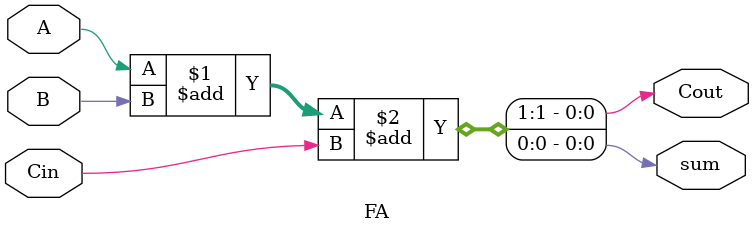
<source format=v>
`timescale 1ns / 1ps


module FA(
    input A,
    input B,
    input Cin,
    output Cout,
    output sum
    );
    
    /* adds two 1-bit inputs and a carry in and ouputs the result
     in the form of carry out bit and sum*/
    assign {Cout, sum} = A + B + Cin;

endmodule

</source>
